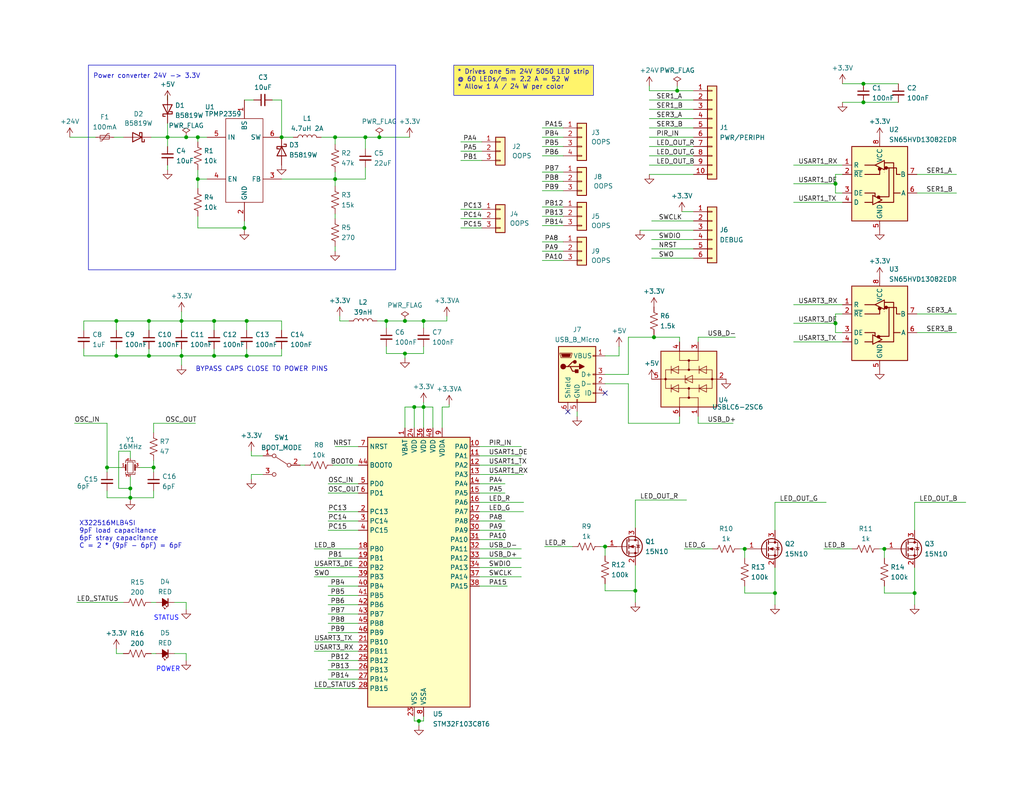
<source format=kicad_sch>
(kicad_sch (version 20230121) (generator eeschema)
  (paper "USLetter")
  (title_block (title "AUNISOMA panel controller") (rev "A"))
  (junction (at 99.695 37.465))
  (junction (at 107.95 -38.1))
  (junction (at 67.31 87.63))
  (junction (at 114.3 196.85))
  (junction (at 58.42 97.155))
  (junction (at 127.635 -15.875))
  (junction (at 49.53 97.155))
  (junction (at 110.49 96.52))
  (junction (at 58.42 87.63))
  (junction (at 85.09 -27.94))
  (junction (at 235.585 27.94))
  (junction (at 178.435 92.075))
  (junction (at 115.57 111.125))
  (junction (at 57.785 -19.05))
  (junction (at 40.64 97.155))
  (junction (at 35.56 133.35))
  (junction (at 76.835 37.465))
  (junction (at 31.75 87.63))
  (junction (at 45.085 -19.05))
  (junction (at 29.21 127.635))
  (junction (at 45.72 37.465))
  (junction (at 110.49 87.63))
  (junction (at 53.975 48.895))
  (junction (at 173.355 161.29))
  (junction (at 31.75 97.155))
  (junction (at 91.44 48.895))
  (junction (at 211.455 161.925))
  (junction (at 113.03 111.125))
  (junction (at 41.91 127.635))
  (junction (at 91.44 37.465))
  (junction (at 103.505 37.465))
  (junction (at 67.945 -33.02))
  (junction (at 40.64 87.63))
  (junction (at 127.635 -26.67))
  (junction (at 112.395 -38.1))
  (junction (at 227.965 88.265))
  (junction (at 66.675 62.23))
  (junction (at 50.8 37.465))
  (junction (at 67.31 97.155))
  (junction (at 115.57 87.63))
  (junction (at 53.975 37.465))
  (junction (at 35.56 135.89))
  (junction (at 235.585 22.86))
  (junction (at 184.785 24.765))
  (junction (at 249.555 161.925))
  (junction (at 227.965 50.165))
  (junction (at 105.41 87.63))
  (junction (at 127.635 -38.1))
  (junction (at 165.1 149.225))
  (junction (at 203.2 149.86))
  (junction (at 241.3 149.86))
  (junction (at 49.53 87.63))
  (no_connect (at 165.1 107.315))
  (no_connect (at 154.94 112.395))
  (wire (pts (xy 177.165 42.545) (xy 189.23 42.545)))
  (wire (pts (xy 53.975 48.895) (xy 56.515 48.895)))
  (wire (pts (xy 67.945 -19.05) (xy 67.945 -20.32)))
  (wire (pts (xy 91.44 121.92) (xy 97.79 121.92)))
  (wire (pts (xy 85.725 187.96) (xy 97.79 187.96)))
  (wire (pts (xy 38.1 127.635) (xy 41.91 127.635)))
  (wire (pts (xy 240.03 149.86) (xy 241.3 149.86)))
  (wire (pts (xy 130.81 152.4) (xy 142.24 152.4)))
  (wire (pts (xy 110.49 96.52) (xy 115.57 96.52)))
  (wire (pts (xy 99.695 37.465) (xy 91.44 37.465)))
  (wire (pts (xy 165.1 102.235) (xy 171.45 102.235)))
  (wire (pts (xy 147.955 40.005) (xy 153.67 40.005)))
  (wire (pts (xy 22.86 87.63) (xy 31.75 87.63)))
  (wire (pts (xy 58.42 97.155) (xy 58.42 95.25)))
  (wire (pts (xy 99.695 40.64) (xy 99.695 37.465)))
  (wire (pts (xy 58.42 87.63) (xy 58.42 90.17)))
  (wire (pts (xy 35.56 123.19) (xy 32.385 123.19)))
  (wire (pts (xy 113.03 111.125) (xy 115.57 111.125)))
  (wire (pts (xy 163.83 149.225) (xy 165.1 149.225)))
  (wire (pts (xy 130.81 129.54) (xy 142.875 129.54)))
  (wire (pts (xy 177.165 40.005) (xy 189.23 40.005)))
  (wire (pts (xy 35.56 133.35) (xy 35.56 135.89)))
  (wire (pts (xy 229.87 27.94) (xy 235.585 27.94)))
  (wire (pts (xy 31.115 37.465) (xy 33.655 37.465)))
  (wire (pts (xy 40.64 97.155) (xy 49.53 97.155)))
  (wire (pts (xy 177.165 29.845) (xy 189.23 29.845)))
  (wire (pts (xy 19.05 37.465) (xy 26.035 37.465)))
  (wire (pts (xy 130.81 149.86) (xy 142.24 149.86)))
  (wire (pts (xy 89.535 152.4) (xy 97.79 152.4)))
  (wire (pts (xy 68.58 130.81) (xy 68.58 129.54)))
  (wire (pts (xy 100.33 -33.02) (xy 100.33 -26.67)))
  (wire (pts (xy 22.86 97.155) (xy 31.75 97.155)))
  (wire (pts (xy 57.785 -29.845) (xy 57.785 -33.02)))
  (wire (pts (xy 125.73 38.735) (xy 131.445 38.735)))
  (wire (pts (xy 90.805 127) (xy 97.79 127)))
  (wire (pts (xy 148.59 149.225) (xy 156.21 149.225)))
  (wire (pts (xy 31.75 178.435) (xy 33.655 178.435)))
  (wire (pts (xy 177.165 37.465) (xy 189.23 37.465)))
  (wire (pts (xy 49.53 95.25) (xy 49.53 97.155)))
  (wire (pts (xy 216.535 93.345) (xy 229.87 93.345)))
  (wire (pts (xy 130.81 121.92) (xy 142.24 121.92)))
  (wire (pts (xy 91.44 48.895) (xy 91.44 50.8)))
  (wire (pts (xy 47.625 178.435) (xy 50.8 178.435)))
  (wire (pts (xy 130.81 134.62) (xy 137.795 134.62)))
  (wire (pts (xy 165.1 159.385) (xy 165.1 161.29)))
  (wire (pts (xy 74.93 -43.18) (xy 36.83 -43.18)))
  (wire (pts (xy 40.64 87.63) (xy 40.64 90.17)))
  (wire (pts (xy 115.57 87.63) (xy 121.92 87.63)))
  (wire (pts (xy 41.91 115.57) (xy 53.34 115.57)))
  (wire (pts (xy 100.33 -38.1) (xy 107.95 -38.1)))
  (wire (pts (xy 249.555 154.94) (xy 249.555 161.925)))
  (wire (pts (xy 110.49 97.79) (xy 110.49 96.52)))
  (wire (pts (xy 177.165 23.495) (xy 177.165 24.765)))
  (wire (pts (xy 45.72 40.005) (xy 45.72 37.465)))
  (wire (pts (xy 85.725 175.26) (xy 97.79 175.26)))
  (wire (pts (xy 105.41 87.63) (xy 110.49 87.63)))
  (wire (pts (xy 130.81 139.7) (xy 142.875 139.7)))
  (wire (pts (xy 91.44 68.58) (xy 91.44 67.31)))
  (wire (pts (xy 201.93 149.86) (xy 203.2 149.86)))
  (wire (pts (xy 113.03 111.125) (xy 113.03 116.84)))
  (wire (pts (xy 177.165 24.765) (xy 184.785 24.765)))
  (wire (pts (xy 249.555 161.925) (xy 249.555 165.1)))
  (wire (pts (xy 114.3 196.85) (xy 115.57 196.85)))
  (wire (pts (xy 115.57 111.125) (xy 118.11 111.125)))
  (wire (pts (xy 66.675 27.305) (xy 69.215 27.305)))
  (wire (pts (xy 211.455 137.16) (xy 225.425 137.16)))
  (wire (pts (xy 127.635 -15.875) (xy 137.16 -15.875)))
  (wire (pts (xy 76.835 87.63) (xy 76.835 90.17)))
  (wire (pts (xy 114.3 196.85) (xy 114.3 198.12)))
  (wire (pts (xy 45.085 -19.05) (xy 57.785 -19.05)))
  (wire (pts (xy 121.92 87.63) (xy 121.92 86.36)))
  (wire (pts (xy 35.56 130.175) (xy 35.56 133.35)))
  (wire (pts (xy 177.165 47.625) (xy 189.23 47.625)))
  (wire (pts (xy 147.955 61.595) (xy 153.67 61.595)))
  (wire (pts (xy 31.75 95.25) (xy 31.75 97.155)))
  (wire (pts (xy 130.81 137.16) (xy 142.875 137.16)))
  (wire (pts (xy 185.42 115.57) (xy 185.42 113.665)))
  (wire (pts (xy 22.86 90.17) (xy 22.86 87.63)))
  (wire (pts (xy 110.49 87.63) (xy 115.57 87.63)))
  (wire (pts (xy 67.31 95.25) (xy 67.31 97.155)))
  (wire (pts (xy 41.91 118.11) (xy 41.91 115.57)))
  (wire (pts (xy 41.275 178.435) (xy 42.545 178.435)))
  (wire (pts (xy 203.2 160.02) (xy 203.2 161.925)))
  (wire (pts (xy 91.44 37.465) (xy 91.44 39.37)))
  (wire (pts (xy 157.48 112.395) (xy 157.48 113.665)))
  (wire (pts (xy 130.81 127) (xy 142.24 127)))
  (wire (pts (xy 45.085 -24.765) (xy 45.085 -19.05)))
  (wire (pts (xy 229.87 85.725) (xy 227.965 85.725)))
  (wire (pts (xy 89.535 185.42) (xy 97.79 185.42)))
  (wire (pts (xy 147.955 49.53) (xy 153.67 49.53)))
  (wire (pts (xy 89.535 180.34) (xy 97.79 180.34)))
  (wire (pts (xy 177.165 27.305) (xy 189.23 27.305)))
  (wire (pts (xy 49.53 85.09) (xy 49.53 87.63)))
  (wire (pts (xy 89.535 172.72) (xy 97.79 172.72)))
  (wire (pts (xy 105.41 87.63) (xy 105.41 89.535)))
  (wire (pts (xy 216.535 55.245) (xy 229.87 55.245)))
  (wire (pts (xy 177.165 45.085) (xy 189.23 45.085)))
  (wire (pts (xy 49.53 97.155) (xy 58.42 97.155)))
  (wire (pts (xy 229.87 90.805) (xy 227.965 90.805)))
  (wire (pts (xy 241.3 161.925) (xy 249.555 161.925)))
  (wire (pts (xy 89.535 167.64) (xy 97.79 167.64)))
  (wire (pts (xy 100.33 -26.67) (xy 127.635 -26.67)))
  (wire (pts (xy 89.535 160.02) (xy 97.79 160.02)))
  (wire (pts (xy 99.695 45.72) (xy 99.695 48.895)))
  (wire (pts (xy 41.91 125.73) (xy 41.91 127.635)))
  (wire (pts (xy 31.75 97.155) (xy 40.64 97.155)))
  (wire (pts (xy 249.555 144.78) (xy 249.555 137.16)))
  (wire (pts (xy 125.73 59.69) (xy 131.445 59.69)))
  (wire (pts (xy 165.1 151.765) (xy 165.1 149.225)))
  (wire (pts (xy 57.785 -33.02) (xy 67.945 -33.02)))
  (wire (pts (xy 203.2 152.4) (xy 203.2 149.86)))
  (wire (pts (xy 168.91 94.615) (xy 168.91 97.155)))
  (wire (pts (xy 67.31 87.63) (xy 67.31 90.17)))
  (wire (pts (xy 127.635 -15.875) (xy 127.635 -17.145)))
  (wire (pts (xy 147.955 71.12) (xy 153.67 71.12)))
  (wire (pts (xy 173.355 161.29) (xy 173.355 164.465)))
  (wire (pts (xy 85.09 -27.94) (xy 87.63 -27.94)))
  (wire (pts (xy 41.91 127.635) (xy 41.91 128.905)))
  (wire (pts (xy 102.87 87.63) (xy 105.41 87.63)))
  (wire (pts (xy 229.87 22.86) (xy 235.585 22.86)))
  (wire (pts (xy 32.385 123.19) (xy 32.385 133.35)))
  (wire (pts (xy 203.2 161.925) (xy 211.455 161.925)))
  (wire (pts (xy 45.085 -35.56) (xy 45.085 -29.845)))
  (wire (pts (xy 47.625 164.465) (xy 50.8 164.465)))
  (wire (pts (xy 106.68 -43.18) (xy 107.95 -43.18)))
  (wire (pts (xy 125.73 43.815) (xy 131.445 43.815)))
  (wire (pts (xy 147.955 52.07) (xy 153.67 52.07)))
  (wire (pts (xy 74.93 -35.56) (xy 45.085 -35.56)))
  (wire (pts (xy 203.2 149.86) (xy 203.835 149.86)))
  (wire (pts (xy 130.81 154.94) (xy 142.24 154.94)))
  (wire (pts (xy 130.81 124.46) (xy 142.24 124.46)))
  (wire (pts (xy 173.355 136.525) (xy 187.325 136.525)))
  (wire (pts (xy 130.81 157.48) (xy 142.24 157.48)))
  (wire (pts (xy 31.75 177.165) (xy 31.75 178.435)))
  (wire (pts (xy 229.87 52.705) (xy 227.965 52.705)))
  (wire (pts (xy 137.16 -30.48) (xy 137.16 -38.1)))
  (wire (pts (xy 211.455 161.925) (xy 211.455 165.1)))
  (wire (pts (xy 115.57 87.63) (xy 115.57 89.535)))
  (wire (pts (xy 41.91 135.89) (xy 41.91 133.985)))
  (wire (pts (xy 227.965 47.625) (xy 227.965 50.165)))
  (wire (pts (xy 112.395 -38.1) (xy 116.84 -38.1)))
  (wire (pts (xy 53.975 62.23) (xy 53.975 59.055)))
  (wire (pts (xy 68.58 129.54) (xy 71.755 129.54)))
  (wire (pts (xy 113.03 195.58) (xy 113.03 196.85)))
  (wire (pts (xy 115.57 196.85) (xy 115.57 195.58)))
  (wire (pts (xy 165.1 161.29) (xy 173.355 161.29)))
  (wire (pts (xy 186.055 57.785) (xy 189.23 57.785)))
  (wire (pts (xy 66.675 60.325) (xy 66.675 62.23)))
  (wire (pts (xy 67.31 87.63) (xy 76.835 87.63)))
  (wire (pts (xy 113.03 196.85) (xy 114.3 196.85)))
  (wire (pts (xy 89.535 162.56) (xy 97.79 162.56)))
  (wire (pts (xy 249.555 137.16) (xy 263.525 137.16)))
  (wire (pts (xy 76.835 97.155) (xy 67.31 97.155)))
  (wire (pts (xy 178.435 92.075) (xy 185.42 92.075)))
  (wire (pts (xy 22.86 95.25) (xy 22.86 97.155)))
  (wire (pts (xy 127.635 -38.1) (xy 124.46 -38.1)))
  (wire (pts (xy 185.42 92.075) (xy 185.42 93.345)))
  (wire (pts (xy 115.57 96.52) (xy 115.57 94.615)))
  (wire (pts (xy 112.395 -37.465) (xy 112.395 -38.1)))
  (wire (pts (xy 178.435 91.44) (xy 178.435 92.075)))
  (wire (pts (xy 120.65 111.125) (xy 120.65 116.84)))
  (wire (pts (xy 89.535 142.24) (xy 97.79 142.24)))
  (wire (pts (xy 89.535 170.18) (xy 97.79 170.18)))
  (wire (pts (xy 227.965 85.725) (xy 227.965 88.265)))
  (wire (pts (xy 184.785 23.495) (xy 184.785 24.765)))
  (wire (pts (xy 101.6 -43.18) (xy 100.33 -43.18)))
  (wire (pts (xy 89.535 139.7) (xy 97.79 139.7)))
  (wire (pts (xy 130.81 160.02) (xy 138.43 160.02)))
  (wire (pts (xy 45.72 46.355) (xy 45.72 45.085)))
  (wire (pts (xy 127.635 -36.83) (xy 127.635 -38.1)))
  (wire (pts (xy 20.32 115.57) (xy 29.21 115.57)))
  (wire (pts (xy 85.09 -26.035) (xy 85.09 -27.94)))
  (wire (pts (xy 130.81 142.24) (xy 137.795 142.24)))
  (wire (pts (xy 29.21 127.635) (xy 29.21 128.905)))
  (wire (pts (xy 107.95 -38.1) (xy 112.395 -38.1)))
  (wire (pts (xy 216.535 83.185) (xy 229.87 83.185)))
  (wire (pts (xy 67.945 -33.02) (xy 74.93 -33.02)))
  (wire (pts (xy 137.16 -38.1) (xy 127.635 -38.1)))
  (wire (pts (xy 122.555 111.125) (xy 120.65 111.125)))
  (wire (pts (xy 227.965 90.805) (xy 227.965 88.265)))
  (wire (pts (xy 211.455 154.94) (xy 211.455 161.925)))
  (wire (pts (xy 85.725 149.86) (xy 97.79 149.86)))
  (wire (pts (xy 171.45 115.57) (xy 185.42 115.57)))
  (wire (pts (xy 50.8 164.465) (xy 50.8 166.37)))
  (wire (pts (xy 41.275 164.465) (xy 42.545 164.465)))
  (wire (pts (xy 130.81 132.08) (xy 137.795 132.08)))
  (wire (pts (xy 165.1 104.775) (xy 171.45 104.775)))
  (wire (pts (xy 171.45 92.075) (xy 178.435 92.075)))
  (wire (pts (xy 190.5 115.57) (xy 200.025 115.57)))
  (wire (pts (xy 76.835 37.465) (xy 80.01 37.465)))
  (wire (pts (xy 45.72 37.465) (xy 50.8 37.465)))
  (wire (pts (xy 56.515 37.465) (xy 53.975 37.465)))
  (wire (pts (xy 49.53 99.695) (xy 49.53 97.155)))
  (wire (pts (xy 173.355 144.145) (xy 173.355 136.525)))
  (wire (pts (xy 29.21 135.89) (xy 29.21 133.985)))
  (wire (pts (xy 127.635 -29.21) (xy 127.635 -26.67)))
  (wire (pts (xy 40.64 87.63) (xy 49.53 87.63)))
  (wire (pts (xy 224.79 149.86) (xy 232.41 149.86)))
  (wire (pts (xy 115.57 111.125) (xy 115.57 116.84)))
  (wire (pts (xy 241.3 152.4) (xy 241.3 149.86)))
  (wire (pts (xy 76.835 95.25) (xy 76.835 97.155)))
  (wire (pts (xy 36.83 -43.18) (xy 36.83 -37.465)))
  (wire (pts (xy 87.63 37.465) (xy 91.44 37.465)))
  (wire (pts (xy 130.81 147.32) (xy 137.795 147.32)))
  (wire (pts (xy 147.955 66.04) (xy 153.67 66.04)))
  (wire (pts (xy 103.505 37.465) (xy 111.76 37.465)))
  (wire (pts (xy 115.57 109.855) (xy 115.57 111.125)))
  (wire (pts (xy 110.49 111.125) (xy 110.49 116.84)))
  (wire (pts (xy 250.19 85.725) (xy 260.985 85.725)))
  (wire (pts (xy 177.8 65.405) (xy 189.23 65.405)))
  (wire (pts (xy 89.535 165.1) (xy 97.79 165.1)))
  (wire (pts (xy 216.535 50.165) (xy 227.965 50.165)))
  (wire (pts (xy 68.58 124.46) (xy 71.755 124.46)))
  (wire (pts (xy 45.72 26.035) (xy 45.72 27.305)))
  (wire (pts (xy 50.8 37.465) (xy 53.975 37.465)))
  (wire (pts (xy 112.395 -29.845) (xy 112.395 -30.48)))
  (wire (pts (xy 89.535 144.78) (xy 97.79 144.78)))
  (wire (pts (xy 105.41 94.615) (xy 105.41 96.52)))
  (wire (pts (xy 66.675 62.865) (xy 66.675 62.23)))
  (wire (pts (xy 125.73 41.275) (xy 131.445 41.275)))
  (wire (pts (xy 147.955 34.925) (xy 153.67 34.925)))
  (wire (pts (xy 41.275 37.465) (xy 45.72 37.465)))
  (wire (pts (xy 49.53 87.63) (xy 49.53 90.17)))
  (wire (pts (xy 177.8 60.325) (xy 189.23 60.325)))
  (wire (pts (xy 171.45 102.235) (xy 171.45 92.075)))
  (wire (pts (xy 229.87 47.625) (xy 227.965 47.625)))
  (wire (pts (xy 125.73 57.15) (xy 131.445 57.15)))
  (wire (pts (xy 250.19 52.705) (xy 260.985 52.705)))
  (wire (pts (xy 165.1 149.225) (xy 165.735 149.225)))
  (wire (pts (xy 105.41 96.52) (xy 110.49 96.52)))
  (wire (pts (xy 57.785 -24.765) (xy 57.785 -19.05)))
  (wire (pts (xy 35.56 125.095) (xy 35.56 123.19)))
  (wire (pts (xy 147.955 46.99) (xy 153.67 46.99)))
  (wire (pts (xy 53.975 37.465) (xy 53.975 38.735)))
  (wire (pts (xy 107.95 -43.18) (xy 107.95 -38.1)))
  (wire (pts (xy 89.535 182.88) (xy 97.79 182.88)))
  (wire (pts (xy 76.835 48.895) (xy 91.44 48.895)))
  (wire (pts (xy 174.625 62.865) (xy 189.23 62.865)))
  (wire (pts (xy 190.5 92.075) (xy 190.5 93.345)))
  (wire (pts (xy 31.75 87.63) (xy 31.75 90.17)))
  (wire (pts (xy 92.71 87.63) (xy 92.71 86.36)))
  (wire (pts (xy 147.955 42.545) (xy 153.67 42.545)))
  (wire (pts (xy 184.785 24.765) (xy 189.23 24.765)))
  (wire (pts (xy 177.165 34.925) (xy 189.23 34.925)))
  (wire (pts (xy 235.585 27.94) (xy 245.11 27.94)))
  (wire (pts (xy 241.3 160.02) (xy 241.3 161.925)))
  (wire (pts (xy 66.675 62.23) (xy 53.975 62.23)))
  (wire (pts (xy 74.295 27.305) (xy 76.835 27.305)))
  (wire (pts (xy 127.635 -24.765) (xy 127.635 -26.67)))
  (wire (pts (xy 89.535 134.62) (xy 97.79 134.62)))
  (wire (pts (xy 81.915 127) (xy 83.185 127)))
  (wire (pts (xy 29.21 135.89) (xy 35.56 135.89)))
  (wire (pts (xy 29.21 127.635) (xy 33.02 127.635)))
  (wire (pts (xy 147.955 68.58) (xy 153.67 68.58)))
  (wire (pts (xy 235.585 22.86) (xy 245.11 22.86)))
  (wire (pts (xy 177.8 67.945) (xy 189.23 67.945)))
  (wire (pts (xy 127.635 -14.605) (xy 127.635 -15.875)))
  (wire (pts (xy 125.73 62.23) (xy 131.445 62.23)))
  (wire (pts (xy 171.45 104.775) (xy 171.45 115.57)))
  (wire (pts (xy 91.44 48.895) (xy 99.695 48.895)))
  (wire (pts (xy 250.19 47.625) (xy 260.985 47.625)))
  (wire (pts (xy 130.81 144.78) (xy 137.795 144.78)))
  (wire (pts (xy 211.455 144.78) (xy 211.455 137.16)))
  (wire (pts (xy 227.965 52.705) (xy 227.965 50.165)))
  (wire (pts (xy 53.975 48.895) (xy 53.975 51.435)))
  (wire (pts (xy 53.975 46.355) (xy 53.975 48.895)))
  (wire (pts (xy 85.725 177.8) (xy 97.79 177.8)))
  (wire (pts (xy 91.44 46.99) (xy 91.44 48.895)))
  (wire (pts (xy 45.72 33.655) (xy 45.72 37.465)))
  (wire (pts (xy 190.5 115.57) (xy 190.5 113.665)))
  (wire (pts (xy 58.42 87.63) (xy 67.31 87.63)))
  (wire (pts (xy 147.955 56.515) (xy 153.67 56.515)))
  (wire (pts (xy 57.785 -19.05) (xy 67.945 -19.05)))
  (wire (pts (xy 147.955 37.465) (xy 153.67 37.465)))
  (wire (pts (xy 99.695 37.465) (xy 103.505 37.465)))
  (wire (pts (xy 76.835 27.305) (xy 76.835 37.465)))
  (wire (pts (xy 165.1 97.155) (xy 168.91 97.155)))
  (wire (pts (xy 35.56 136.525) (xy 35.56 135.89)))
  (wire (pts (xy 91.44 58.42) (xy 91.44 59.69)))
  (wire (pts (xy 190.5 92.075) (xy 200.66 92.075)))
  (wire (pts (xy 110.49 111.125) (xy 113.03 111.125)))
  (wire (pts (xy 241.3 149.86) (xy 241.935 149.86)))
  (wire (pts (xy 122.555 111.125) (xy 122.555 110.49)))
  (wire (pts (xy 31.75 87.63) (xy 40.64 87.63)))
  (wire (pts (xy 250.19 90.805) (xy 260.985 90.805)))
  (wire (pts (xy 173.355 154.305) (xy 173.355 161.29)))
  (wire (pts (xy 40.64 95.25) (xy 40.64 97.155)))
  (wire (pts (xy 67.31 97.155) (xy 58.42 97.155)))
  (wire (pts (xy 50.8 178.435) (xy 50.8 180.34)))
  (wire (pts (xy 89.535 132.08) (xy 97.79 132.08)))
  (wire (pts (xy 118.11 111.125) (xy 118.11 116.84)))
  (wire (pts (xy 216.535 45.085) (xy 229.87 45.085)))
  (wire (pts (xy 216.535 88.265) (xy 227.965 88.265)))
  (wire (pts (xy 186.69 149.86) (xy 194.31 149.86)))
  (wire (pts (xy 68.58 123.19) (xy 68.58 124.46)))
  (wire (pts (xy 57.785 -17.78) (xy 57.785 -19.05)))
  (wire (pts (xy 137.16 -25.4) (xy 137.16 -15.875)))
  (wire (pts (xy 95.25 87.63) (xy 92.71 87.63)))
  (wire (pts (xy 177.8 70.485) (xy 189.23 70.485)))
  (wire (pts (xy 85.725 154.94) (xy 97.79 154.94)))
  (wire (pts (xy 35.56 135.89) (xy 41.91 135.89)))
  (wire (pts (xy 147.955 59.055) (xy 153.67 59.055)))
  (wire (pts (xy 49.53 87.63) (xy 58.42 87.63)))
  (wire (pts (xy 177.165 32.385) (xy 189.23 32.385)))
  (wire (pts (xy 32.385 133.35) (xy 35.56 133.35)))
  (wire (pts (xy 29.21 115.57) (xy 29.21 127.635)))
  (wire (pts (xy 36.83 -19.05) (xy 45.085 -19.05)))
  (wire (pts (xy 85.725 157.48) (xy 97.79 157.48)))
  (wire (pts (xy 20.955 164.465) (xy 33.655 164.465)))
  (wire (pts (xy 36.83 -32.385) (xy 36.83 -19.05)))
  (rectangle (start 24.13 17.78) (end 107.95 73.66))
  (text_box "* Drives one 5m 24V 5050 LED strip @ 60 LEDs/m = 2.2 A = 52 W\n* Allow 1 A / 24 W per color\n" (at 123.825 17.78 0) (size 38.1 8.255) (fill (type color) (color 255 244 107 1)) (effects (font (size 1.27 1.27)) (justify left top)))
  (text "UPDATE LIBRARY!" (at 78.105 -51.435 0) (effects (font (size 1.27 1.27)) (justify left bottom)))
  (text "BYPASS CAPS CLOSE TO POWER PINS" (at 53.34 101.6 0) (effects (font (size 1.27 1.27)) (justify left bottom)))
  (text "Power converter 24V -> 3.3V" (at 25.4 21.59 0) (effects (font (size 1.27 1.27)) (justify left bottom)))
  (text "POWER" (at 42.545 183.515 0) (effects (font (size 1.27 1.27)) (justify left bottom)))
  (text "STATUS" (at 41.91 169.545 0) (effects (font (size 1.27 1.27)) (justify left bottom)))
  (text "X322516MLB4SI\n9pF load capacitance\n6pF stray capacitance\nC = 2 * (9pF - 6pF) = 6pF" (at 21.59 149.86 0) (effects (font (size 1.27 1.27)) (justify left bottom)))
  (label "LED_R" (at 133.35 137.16 0))
  (label "PB1" (at 126.365 43.815 0))
  (label "PB8" (at 148.59 49.53 0))
  (label "PB14" (at 90.17 185.42 0))
  (label "PB13" (at 90.17 182.88 0))
  (label "USART1_RX" (at 217.805 45.085 0))
  (label "PB6" (at 90.17 165.1 0))
  (label "USB_D+" (at 193.04 115.57 0))
  (label "LED_OUT_R" (at 174.625 136.525 0))
  (label "LED_OUT_R" (at 179.07 40.005 0))
  (label "PB9" (at 90.17 172.72 0))
  (label "PB14" (at 148.59 61.595 0))
  (label "USB_D-" (at 193.04 92.075 0))
  (label "PB6" (at 148.59 42.545 0))
  (label "PB7" (at 148.59 46.99 0))
  (label "PA10" (at 133.35 147.32 0))
  (label "USART3_RX" (at 217.805 83.185 0))
  (label "SER3_A" (at 179.07 32.385 0))
  (label "SWO" (at 179.705 70.485 0))
  (label "LED_OUT_B" (at 179.07 45.085 0))
  (label "PA8" (at 133.35 142.24 0))
  (label "PB12" (at 148.59 56.515 0))
  (label "USART1_RX" (at 133.35 129.54 0))
  (label "SWO" (at 85.725 157.48 0))
  (label "PB12" (at 90.17 180.34 0))
  (label "SER1_A" (at 179.07 27.305 0))
  (label "SWCLK" (at 133.35 157.48 0))
  (label "PA4" (at 133.35 132.08 0))
  (label "USART3_DE" (at 217.805 88.265 0))
  (label "LED_STATUS" (at 85.725 187.96 0))
  (label "SWDIO" (at 133.35 154.94 0))
  (label "OSC_OUT" (at 89.535 134.62 0))
  (label "PB5" (at 148.59 40.005 0))
  (label "USART1_TX" (at 217.805 55.245 0))
  (label "LED_B" (at 224.79 149.86 0))
  (label "PA5" (at 126.365 41.275 0))
  (label "USART1_DE" (at 133.35 124.46 0))
  (label "PB1" (at 89.535 152.4 0))
  (label "PC15" (at 126.365 62.23 0))
  (label "PB8" (at 90.17 170.18 0))
  (label "PA5" (at 133.35 134.62 0))
  (label "OSC_OUT" (at 45.085 115.57 0))
  (label "OSC_IN" (at 20.32 115.57 0))
  (label "LED_OUT_G" (at 179.07 42.545 0))
  (label "USART1_DE" (at 217.805 50.165 0))
  (label "PC14" (at 89.535 142.24 0))
  (label "SWDIO" (at 179.705 65.405 0))
  (label "SER3_B" (at 252.73 90.805 0))
  (label "NRST" (at 179.705 67.945 0))
  (label "PB4" (at 90.17 160.02 0))
  (label "PA9" (at 148.59 68.58 0))
  (label "USART3_DE" (at 85.725 154.94 0))
  (label "USART3_TX" (at 217.805 93.345 0))
  (label "LED_R" (at 148.59 149.225 0))
  (label "SER1_A" (at 252.73 47.625 0))
  (label "SER3_A" (at 252.73 85.725 0))
  (label "LED_OUT_G" (at 212.725 137.16 0))
  (label "PC14" (at 126.365 59.69 0))
  (label "PC13" (at 126.365 57.15 0))
  (label "PA8" (at 148.59 66.04 0))
  (label "PB5" (at 90.17 162.56 0))
  (label "PB7" (at 90.17 167.64 0))
  (label "LED_B" (at 85.725 149.86 0))
  (label "LED_G" (at 186.69 149.86 0))
  (label "USART3_RX" (at 85.725 177.8 0))
  (label "SWCLK" (at 179.705 60.325 0))
  (label "USB_D-" (at 133.35 149.86 0))
  (label "LED_G" (at 133.35 139.7 0))
  (label "PA10" (at 148.59 71.12 0))
  (label "PC13" (at 89.535 139.7 0))
  (label "PA9" (at 133.35 144.78 0))
  (label "PC15" (at 89.535 144.78 0))
  (label "PA15" (at 148.59 34.925 0))
  (label "BOOT0" (at 96.52 127 180))
  (label "PIR_IN" (at 133.35 121.92 0))
  (label "USB_D+" (at 133.35 152.4 0))
  (label "OSC_IN" (at 89.535 132.08 0))
  (label "PB13" (at 148.59 59.055 0))
  (label "LED_STATUS" (at 20.955 164.465 0))
  (label "PA15" (at 133.35 160.02 0))
  (label "PA4" (at 126.365 38.735 0))
  (label "USART1_TX" (at 133.35 127 0))
  (label "SER1_B" (at 179.07 29.845 0))
  (label "PIR_IN" (at 179.07 37.465 0))
  (label "PB9" (at 148.59 52.07 0))
  (label "USART3_TX" (at 85.725 175.26 0))
  (label "SER3_B" (at 179.07 34.925 0))
  (label "PB4" (at 148.59 37.465 0))
  (label "NRST" (at 95.885 121.92 180))
  (label "LED_OUT_B" (at 250.825 137.16 0))
  (label "SER1_B" (at 252.73 52.705 0))
  (symbol (lib_id "power:GND") (at 66.675 62.865 0) (unit 1)
    (property "Reference" "#PWR012" (effects hide))
    (property "Value" "GND" (effects hide))
  )
  (symbol (lib_id "Transistor_FET:AO3400A") (at 170.815 149.225 0) (unit 1)
    (property "Reference" "Q1" (at 176.022 147.8533 0) (effects (justify left)))
    (property "Value" "15N10" (at 176.022 150.5966 0) (effects (justify left)))
    (property "Footprint" "Package_TO_SOT_SMD:TO-252-3_TabPin2" (effects hide))
    (property "Datasheet" "https://datasheet.lcsc.com/lcsc/2212161908_VBsemi-Elec-15N10-TO252-VB_C557919.pdf" (effects hide))
    (property "JCSC Part #" "C557919" (effects hide))
    (property "LCSC" "C557919" (effects hide))
  )
  (symbol (lib_id "Device:R_US") (at 198.12 149.86 90) (unit 1)
    (property "Reference" "R10" (at 198.12 144.348 90))
    (property "Value" "1k" (at 198.12 147.0913 90))
    (property "Footprint" "Resistor_SMD:R_0603_1608Metric" (effects hide))
    (property "LCSC" "C21190" (effects hide))
  )
  (symbol (lib_id "Device:C_Small") (at 104.14 -43.18 90) (unit 1)
    (property "Reference" "C21" (at 104.1463 -48.26 90))
    (property "Value" "100nF" (at 104.1463 -45.72 90))
    (property "Footprint" "Capacitor_SMD:C_0603_1608Metric" (effects hide))
    (property "LCSC" "C13585" (effects hide))
  )
  (symbol (lib_id "Device:R_US") (at 160.02 149.225 90) (unit 1)
    (property "Reference" "R9" (at 160.02 143.713 90))
    (property "Value" "1k" (at 160.02 146.4563 90))
    (property "Footprint" "Resistor_SMD:R_0603_1608Metric" (effects hide))
    (property "LCSC" "C21190" (effects hide))
  )
  (symbol (lib_id "Device:C_Small") (at 45.085 -27.305 0) (unit 1)
    (property "Reference" "C17" (at 48.26 -28.5687 0) (effects (justify left)))
    (property "Value" "20nF" (at 48.26 -26.0287 0) (effects (justify left)))
    (property "Footprint" "Capacitor_SMD:C_0603_1608Metric" (effects hide))
    (property "LCSC" "C37474" (effects hide))
  )
  (symbol (lib_id "Device:R_US") (at 53.975 55.245 0) (unit 1)
    (property "Reference" "R4" (at 55.626 53.8733 0) (effects (justify left)))
    (property "Value" "10k" (at 55.626 56.6166 0) (effects (justify left)))
    (property "Footprint" "Resistor_SMD:R_0603_1608Metric" (effects hide))
    (property "LCSC" "C22843" (effects hide))
  )
  (symbol (lib_id "Device:C_Small") (at 29.21 131.445 0) (unit 1)
    (property "Reference" "C15" (at 22.86 130.81 0) (effects (justify left)))
    (property "Value" "6pF" (at 20.955 132.715 0) (effects (justify left)))
    (property "Footprint" "Capacitor_SMD:C_0603_1608Metric" (effects hide))
    (property "LCSC" "C1525" (effects hide))
  )
  (symbol (lib_id "power:+3.3V") (at 92.71 86.36 0) (unit 1)
    (property "Reference" "#PWR019" (effects hide))
    (property "Value" "+3.3V" (at 92.71 82.0674 0))
  )
  (symbol (lib_id "Device:LED_Small_Filled") (at 45.085 164.465 180) (unit 1)
    (property "Reference" "D4" (at 45.0215 158.826 0))
    (property "Value" "RED" (at 45.0215 161.5693 0))
    (property "Footprint" "LED_SMD:LED_0805_2012Metric" (effects hide))
    (property "JCSC Part #" "C2297" (effects hide))
    (property "LCSC" "C84256" (effects hide))
  )
  (symbol (lib_id "power:GND") (at 114.3 198.12 0) (unit 1)
    (property "Reference" "#PWR039" (effects hide))
    (property "Value" "GND" (effects hide))
  )
  (symbol (lib_id "power:GND") (at 173.355 164.465 0) (unit 1)
    (property "Reference" "#PWR033" (effects hide))
    (property "Value" "GND" (effects hide))
  )
  (symbol (lib_id "power:GND") (at 211.455 165.1 0) (unit 1)
    (property "Reference" "#PWR034" (effects hide))
    (property "Value" "GND" (effects hide))
  )
  (symbol (lib_id "Device:Crystal_GND24_Small") (at 35.56 127.635 0) (unit 1)
    (property "Reference" "Y1" (at 35.56 120.015 0))
    (property "Value" "16MHz" (at 35.56 121.92 0))
    (property "Footprint" "Crystal:Crystal_SMD_3225-4Pin_3.2x2.5mm" (effects hide))
    (property "LCSC" "C13738" (effects hide))
  )
  (symbol (lib_id "power:+3.3V") (at 115.57 109.855 0) (unit 1)
    (property "Reference" "#PWR027" (effects hide))
    (property "Value" "+3.3V" (at 115.57 105.5624 0))
  )
  (symbol (lib_id "MCU_ST_STM32F1:STM32F103C8Tx") (at 113.03 157.48 0) (unit 1)
    (property "Reference" "U5" (at 118.072 194.9196 0) (effects (justify left)))
    (property "Value" "STM32F103C8T6" (at 118.072 197.6629 0) (effects (justify left)))
    (property "Footprint" "Package_QFP:LQFP-48_7x7mm_P0.5mm" (effects hide))
    (property "Datasheet" "https://www.st.com/resource/en/datasheet/stm32f103c8.pdf" (effects hide))
    (property "LCSC" "C8734" (effects hide))
  )
  (symbol (lib_id "Device:C_Small") (at 245.11 25.4 0) (unit 1)
    (property "Reference" "C2" (at 247.4341 24.0346 0) (effects (justify left)))
    (property "Value" "100nF" (at 247.4341 26.7779 0) (effects (justify left)))
    (property "Footprint" "Capacitor_SMD:C_0402_1005Metric" (effects hide))
    (property "LCSC" "C1525" (effects hide))
  )
  (symbol (lib_id "Device:C_Small") (at 40.64 92.71 0) (unit 1)
    (property "Reference" "C10" (at 42.9641 91.3446 0) (effects (justify left)))
    (property "Value" "100nF" (at 42.9641 94.0879 0) (effects (justify left)))
    (property "Footprint" "Capacitor_SMD:C_0402_1005Metric" (effects hide))
    (property "LCSC" "C15849" (effects hide))
  )
  (symbol (lib_id "power:+3.3V") (at 240.03 75.565 0) (unit 1)
    (property "Reference" "#PWR016" (effects hide))
    (property "Value" "+3.3V" (at 240.03 71.2724 0))
  )
  (symbol (lib_id "power:+3.3VA") (at 121.92 86.36 0) (unit 1)
    (property "Reference" "#PWR020" (effects hide))
    (property "Value" "+3.3VA" (at 121.92 82.0674 0))
  )
  (symbol (lib_id "power:+3.3V") (at 186.055 57.785 0) (unit 1)
    (property "Reference" "#PWR011" (effects hide))
    (property "Value" "+3.3V" (at 186.055 53.4924 0))
  )
  (symbol (lib_id "power:+3.3V") (at 111.76 37.465 0) (unit 1)
    (property "Reference" "#PWR06" (effects hide))
    (property "Value" "+3.3V" (at 111.76 33.1724 0))
  )
  (symbol (lib_id "Device:C_Small") (at 99.695 43.18 0) (unit 1)
    (property "Reference" "C5" (at 102.0191 41.8146 0) (effects (justify left)))
    (property "Value" "22uF" (at 102.0191 44.5579 0) (effects (justify left)))
    (property "Footprint" "Capacitor_SMD:C_0603_1608Metric" (effects hide))
    (property "LCSC" "C96446" (effects hide))
  )
  (symbol (lib_id "Power_Protection:USBLC6-2SC6") (at 187.96 103.505 90) (unit 1)
    (property "Reference" "U4" (at 198.755 109.22 90) (effects (justify left)))
    (property "Value" "USBLC6-2SC6" (at 208.28 111.125 90) (effects (justify left)))
    (property "Footprint" "Package_TO_SOT_SMD:SOT-23-6" (effects hide))
    (property "Datasheet" "https://www.st.com/resource/en/datasheet/usblc6-2.pdf" (effects hide))
    (property "JCSC Part #" "C2827654" (effects hide))
    (property "LCSC" "C2827654" (effects hide))
  )
  (symbol (lib_id "Device:C_Small") (at 76.835 92.71 0) (unit 1)
    (property "Reference" "C14" (at 79.1591 91.3446 0) (effects (justify left)))
    (property "Value" "100nF" (at 79.1591 94.0879 0) (effects (justify left)))
    (property "Footprint" "Capacitor_SMD:C_0402_1005Metric" (effects hide))
    (property "LCSC" "C1525" (effects hide))
  )
  (symbol (lib_id "power:GND") (at 76.835 45.085 0) (unit 1)
    (property "Reference" "#PWR08" (effects hide))
    (property "Value" "GND" (effects hide))
  )
  (symbol (lib_id "power:GND") (at 45.72 46.355 0) (unit 1)
    (property "Reference" "#PWR09" (effects hide))
    (property "Value" "GND" (effects hide))
  )
  (symbol (lib_id "Device:C_Small") (at 58.42 92.71 0) (unit 1)
    (property "Reference" "C12" (at 60.7441 91.3446 0) (effects (justify left)))
    (property "Value" "100nF" (at 60.7441 94.0879 0) (effects (justify left)))
    (property "Footprint" "Capacitor_SMD:C_0402_1005Metric" (effects hide))
    (property "LCSC" "C1525" (effects hide))
  )
  (symbol (lib_id "power:+3.3V") (at 178.435 83.82 0) (unit 1)
    (property "Reference" "#PWR017" (effects hide))
    (property "Value" "+3.3V" (at 178.435 79.5274 0))
  )
  (symbol (lib_id "Device:R_US") (at 91.44 43.18 0) (unit 1)
    (property "Reference" "R2" (at 93.091 41.8083 0) (effects (justify left)))
    (property "Value" "47k" (at 93.091 44.5516 0) (effects (justify left)))
    (property "Footprint" "Resistor_SMD:R_0603_1608Metric" (effects hide))
    (property "LCSC" "C13167" (effects hide))
  )
  (symbol (lib_id "Device:Polyfuse_Small") (at 28.575 37.465 90) (unit 1)
    (property "Reference" "F1" (at 28.575 31.953 90))
    (property "Value" "100mA" (at 28.575 34.6963 90))
    (property "Footprint" "Fuse:Fuse_1812_4532Metric" (effects hide))
    (property "LCSC" "C2760281" (effects hide))
  )
  (symbol (lib_id "power:PWR_FLAG") (at 184.785 23.495 0) (unit 1)
    (property "Reference" "#FLG01" (effects hide))
    (property "Value" "PWR_FLAG" (at 184.785 19.2024 0))
  )
  (symbol (lib_id "Device:C_Small") (at 137.16 -27.94 0) (unit 1)
    (property "Reference" "C22" (at 139.4841 -29.3054 0) (effects (justify left)))
    (property "Value" "10uF" (at 139.4841 -26.5621 0) (effects (justify left)))
    (property "Footprint" "Capacitor_SMD:C_0603_1608Metric" (effects hide))
    (property "LCSC" "C13585" (effects hide))
  )
  (symbol (lib_id "Connector_Generic:Conn_01x04") (at 158.75 37.465 0) (unit 1)
    (property "Reference" "J3" (at 161.29 36.195 0) (effects (justify left)))
    (property "Value" "OOPS" (at 161.29 38.735 0) (effects (justify left)))
    (property "Footprint" "Connector_PinHeader_2.54mm:PinHeader_1x04_P2.54mm_Vertical" (effects hide))
    (property "LCSC" "C409141" (effects hide))
  )
  (symbol (lib_id "Connector_Generic:Conn_01x03") (at 136.525 41.275 0) (unit 1)
    (property "Reference" "J2" (at 139.7 40.005 0) (effects (justify left)))
    (property "Value" "OOPS" (at 139.7 42.545 0) (effects (justify left)))
    (property "Footprint" "Connector_PinHeader_2.54mm:PinHeader_1x03_P2.54mm_Vertical" (effects hide))
  )
  (symbol (lib_id "Connector_Generic:Conn_01x03") (at 158.75 49.53 0) (unit 1)
    (property "Reference" "J8" (at 161.925 48.26 0) (effects (justify left)))
    (property "Value" "OOPS" (at 161.925 50.8 0) (effects (justify left)))
    (property "Footprint" "Connector_PinHeader_2.54mm:PinHeader_1x03_P2.54mm_Vertical" (effects hide))
  )
  (symbol (lib_id "power:GND") (at 110.49 97.79 0) (unit 1)
    (property "Reference" "#PWR022" (effects hide))
    (property "Value" "GND" (effects hide))
  )
  (symbol (lib_id "power:GND") (at 157.48 113.665 0) (unit 1)
    (property "Reference" "#PWR029" (effects hide))
    (property "Value" "GND" (effects hide))
  )
  (symbol (lib_id "Device:R_US") (at 53.975 42.545 0) (unit 1)
    (property "Reference" "R1" (at 55.626 41.1733 0) (effects (justify left)))
    (property "Value" "10k" (at 55.626 43.9166 0) (effects (justify left)))
    (property "Footprint" "Resistor_SMD:R_0603_1608Metric" (effects hide))
    (property "LCSC" "C22790" (effects hide))
  )
  (symbol (lib_id "Device:R_US") (at 91.44 63.5 0) (unit 1)
    (property "Reference" "R5" (at 93.091 62.1283 0) (effects (justify left)))
    (property "Value" "270" (at 93.091 64.8716 0) (effects (justify left)))
    (property "Footprint" "Resistor_SMD:R_0603_1608Metric" (effects hide))
    (property "LCSC" "C8218" (effects hide))
  )
  (symbol (lib_id "Device:R_US") (at 86.995 127 90) (unit 1)
    (property "Reference" "R8" (at 86.995 121.488 90))
    (property "Value" "10k" (at 86.995 124.2313 90))
    (property "Footprint" "Resistor_SMD:R_0603_1608Metric" (effects hide))
    (property "LCSC" "C21190" (effects hide))
  )
  (symbol (lib_id "Device:R_US") (at 236.22 149.86 90) (unit 1)
    (property "Reference" "R11" (at 236.22 144.348 90))
    (property "Value" "1k" (at 236.22 147.0913 90))
    (property "Footprint" "Resistor_SMD:R_0603_1608Metric" (effects hide))
    (property "LCSC" "C25803" (effects hide))
  )
  (symbol (lib_id "Connector_Generic:Conn_01x03") (at 158.75 68.58 0) (unit 1)
    (property "Reference" "J9" (at 161.29 68.58 0) (effects (justify left)))
    (property "Value" "OOPS" (at 161.29 71.12 0) (effects (justify left)))
    (property "Footprint" "Connector_PinHeader_2.54mm:PinHeader_1x03_P2.54mm_Vertical" (effects hide))
    (property "LCSC" "C428495" (effects hide))
  )
  (symbol (lib_id "power:GND") (at 240.03 62.865 0) (unit 1)
    (property "Reference" "#PWR013" (effects hide))
    (property "Value" "GND" (effects hide))
  )
  (symbol (lib_id "Connector_Generic:Conn_01x10") (at 194.31 34.925 0) (unit 1)
    (property "Reference" "J1" (at 196.342 34.8233 0) (effects (justify left)))
    (property "Value" "PWR/PERIPH" (at 196.342 37.5666 0) (effects (justify left)))
    (property "Footprint" "TerminalBlock_RND:TerminalBlock_RND_205-00020_1x10_P5.00mm_Horizontal" (effects hide))
    (property "Datasheet" "https://datasheet.lcsc.com/lcsc/1912111437_JILN-JL301-50010U02_C409141.pdf" (effects hide))
    (property "JCSC Part #" "C409141" (effects hide))
    (property "LCSC" "C409141" (effects hide))
  )
  (symbol (lib_id "power:GND") (at 35.56 136.525 0) (unit 1)
    (property "Reference" "#PWR032" (effects hide))
    (property "Value" "GND" (effects hide))
  )
  (symbol (lib_id "Interface_UART:SN65HVD11HD") (at 240.03 50.165 0) (unit 1)
    (property "Reference" "U2" (at 242.532 35.382 0) (effects (justify left)))
    (property "Value" "SN65HVD13082EDR" (at 242.532 38.1253 0) (effects (justify left)))
    (property "Footprint" "Package_SO:SOIC-8_3.9x4.9mm_P1.27mm" (effects hide))
    (property "Datasheet" "https://atta.szlcsc.com/upload/public/pdf/source/20140704/1457707106132.pdf" (effects hide))
    (property "LCSC" "C58890" (effects hide))
  )
  (symbol (lib_id "power:GND") (at 249.555 165.1 0) (unit 1)
    (property "Reference" "#PWR035" (effects hide))
    (property "Value" "GND" (effects hide))
  )
  (symbol (lib_id "Transistor_FET:AO3400A") (at 247.015 149.86 0) (unit 1)
    (property "Reference" "Q3" (at 252.222 148.4883 0) (effects (justify left)))
    (property "Value" "15N10" (at 252.222 151.2316 0) (effects (justify left)))
    (property "Footprint" "Package_TO_SOT_SMD:TO-252-3_TabPin2" (effects hide))
    (property "Datasheet" "https://datasheet.lcsc.com/lcsc/2212161908_VBsemi-Elec-15N10-TO252-VB_C557919.pdf" (effects hide))
    (property "JCSC Part #" "C557919" (effects hide))
    (property "LCSC" "C557919" (effects hide))
  )
  (symbol (lib_id "Device:L") (at 99.06 87.63 90) (unit 1)
    (property "Reference" "L2" (at 99.06 82.5017 90))
    (property "Value" "39nH" (at 99.06 85.245 90))
    (property "Footprint" "Inductor_SMD:L_0805_2012Metric" (effects hide))
    (property "LCSC" "C74308" (effects hide))
  )
  (symbol (lib_id "Device:C_Small") (at 67.945 -22.86 0) (unit 1)
    (property "Reference" "C18" (at 70.485 -24.1237 0) (effects (justify left)))
    (property "Value" "27nF" (at 70.485 -21.5837 0) (effects (justify left)))
    (property "Footprint" "Capacitor_SMD:C_0603_1608Metric" (effects hide))
    (property "LCSC" "C13585" (effects hide))
  )
  (symbol (lib_id "Device:C_Small") (at 45.72 42.545 0) (unit 1)
    (property "Reference" "C4" (at 48.0441 41.1796 0) (effects (justify left)))
    (property "Value" "10uF" (at 48.0441 43.9229 0) (effects (justify left)))
    (property "Footprint" "Capacitor_SMD:C_1206_3216Metric" (effects hide))
    (property "LCSC" "C96446" (effects hide))
  )
  (symbol (lib_id "power:GND") (at 112.395 -30.48 0) (unit 1)
    (property "Reference" "#PWR043" (effects hide))
    (property "Value" "GND" (effects hide))
  )
  (symbol (lib_id "power:GND") (at 85.09 -26.035 0) (unit 1)
    (property "Reference" "#PWR042" (effects hide))
    (property "Value" "GND" (effects hide))
  )
  (symbol (lib_id "Device:LED_Small_Filled") (at 45.085 178.435 180) (unit 1)
    (property "Reference" "D5" (at 45.0215 172.796 0))
    (property "Value" "RED" (at 45.0215 175.5393 0))
    (property "Footprint" "LED_SMD:LED_0805_2012Metric" (effects hide))
    (property "JCSC Part #" "C2297" (effects hide))
    (property "LCSC" "C2297" (effects hide))
  )
  (symbol (lib_id "power:+24V") (at 177.165 23.495 0) (unit 1)
    (property "Reference" "#PWR02" (effects hide))
    (property "Value" "+24V" (at 177.165 19.2024 0))
  )
  (symbol (lib_id "power:+3.3V") (at 240.03 37.465 0) (unit 1)
    (property "Reference" "#PWR07" (effects hide))
    (property "Value" "+3.3V" (at 240.03 33.1724 0))
  )
  (symbol (lib_id "Device:R_US") (at 67.945 -29.21 0) (unit 1)
    (property "Reference" "R17" (at 70.485 -30.48 0) (effects (justify left)))
    (property "Value" "2.7k" (at 70.485 -27.94 0) (effects (justify left)))
    (property "Footprint" "Resistor_SMD:R_0603_1608Metric" (effects hide))
    (property "LCSC" "C8218" (effects hide))
    (property "JCSC Part #" "C13167" (effects hide))
  )
  (symbol (lib_id "Device:R_US") (at 91.44 54.61 0) (unit 1)
    (property "Reference" "R3" (at 93.091 53.2383 0) (effects (justify left)))
    (property "Value" "15k" (at 93.091 55.9816 0) (effects (justify left)))
    (property "Footprint" "Resistor_SMD:R_0603_1608Metric" (effects hide))
    (property "LCSC" "C23018" (effects hide))
  )
  (symbol (lib_id "power:GND") (at 49.53 99.695 0) (unit 1)
    (property "Reference" "#PWR023" (effects hide))
    (property "Value" "GND" (effects hide))
  )
  (symbol (lib_id "power:GND") (at 50.8 166.37 0) (unit 1)
    (property "Reference" "#PWR036" (effects hide))
    (property "Value" "GND" (effects hide))
  )
  (symbol (lib_id "power:GND") (at 50.8 180.34 0) (unit 1)
    (property "Reference" "#PWR038" (effects hide))
    (property "Value" "GND" (effects hide))
  )
  (symbol (lib_id "Device:R_US") (at 178.435 87.63 180) (unit 1)
    (property "Reference" "R6" (at 180.086 86.2583 0) (effects (justify right)))
    (property "Value" "1.5k" (at 180.086 89.0016 0) (effects (justify right)))
    (property "Footprint" "Resistor_SMD:R_0603_1608Metric" (effects hide))
    (property "LCSC" "C23182" (effects hide))
  )
  (symbol (lib_id "Device:D_Schottky") (at 112.395 -33.655 270) (unit 1)
    (property "Reference" "D6" (at 114.427 -35.3442 90) (effects (justify left)))
    (property "Value" "B5819W" (at 114.427 -32.6009 90) (effects (justify left)))
    (property "Footprint" "Diode_SMD:D_SOD-123" (effects hide))
    (property "JCSC Part #" "C8598" (effects hide))
    (property "LCSC" "C2297" (effects hide))
  )
  (symbol (lib_id "power:+3.3V") (at 49.53 85.09 0) (unit 1)
    (property "Reference" "#PWR018" (effects hide))
    (property "Value" "+3.3V" (at 49.53 80.7974 0))
  )
  (symbol (lib_id "power:PWR_FLAG") (at 50.8 37.465 0) (unit 1)
    (property "Reference" "#FLG02" (effects hide))
    (property "Value" "PWR_FLAG" (at 50.8 34.29 0))
  )
  (symbol (lib_id "Device:C_Small") (at 105.41 92.075 0) (unit 1)
    (property "Reference" "C6" (at 107.7341 90.7096 0) (effects (justify left)))
    (property "Value" "100nF" (at 107.7341 93.4529 0) (effects (justify left)))
    (property "Footprint" "Capacitor_SMD:C_0402_1005Metric" (effects hide))
    (property "LCSC" "C21122" (effects hide))
  )
  (symbol (lib_id "power:+3.3V") (at 68.58 123.19 0) (unit 1)
    (property "Reference" "#PWR030" (effects hide))
    (property "Value" "+3.3V" (at 68.58 118.8974 0))
  )
  (symbol (lib_id "power:GND") (at 198.12 103.505 0) (unit 1)
    (property "Reference" "#PWR026" (effects hide))
    (property "Value" "GND" (effects hide))
  )
  (symbol (lib_id "Device:C_Small") (at 22.86 92.71 0) (unit 1)
    (property "Reference" "C8" (at 25.1841 91.3446 0) (effects (justify left)))
    (property "Value" "1uF" (at 25.1841 94.0879 0) (effects (justify left)))
    (property "Footprint" "Capacitor_SMD:C_0402_1005Metric" (effects hide))
    (property "LCSC" "C21117" (effects hide))
  )
  (symbol (lib_id "MyLibrary:TPMP2359") (at 66.675 40.005 0) (unit 1)
    (property "Reference" "U1" (at 55.88 29.21 0) (effects (justify left)))
    (property "Value" "TPMP2359" (at 55.88 31.115 0) (effects (justify left)))
    (property "Footprint" "Package_TO_SOT_SMD:SOT-23-6" (effects hide))
    (property "Datasheet" "https://html.alldatasheet.com/html-pdf/189156/MPS/MP2359DJ/421/7/MP2359DJ.html" (effects hide))
    (property "LCSC" "C9865" (effects hide))
  )
  (symbol (lib_id "Device:C_Small") (at 71.755 27.305 90) (unit 1)
    (property "Reference" "C3" (at 71.7613 21.1199 90))
    (property "Value" "10uF" (at 71.7613 23.8632 90))
    (property "Footprint" "Capacitor_SMD:C_0805_2012Metric" (effects hide))
    (property "LCSC" "C14663" (effects hide))
  )
  (symbol (lib_id "power:+3.3V") (at 229.87 22.86 0) (unit 1)
    (property "Reference" "#PWR01" (effects hide))
    (property "Value" "+3.3V" (at 229.87 18.5674 0))
  )
  (symbol (lib_id "power:+5V") (at 177.8 103.505 0) (unit 1)
    (property "Reference" "#PWR025" (effects hide))
    (property "Value" "+5V" (at 177.8 99.2124 0))
  )
  (symbol (lib_id "Device:L") (at 83.82 37.465 90) (unit 1)
    (property "Reference" "L1" (at 83.82 32.3367 90))
    (property "Value" "4.7uH 2A" (at 83.82 35.08 90))
    (property "Footprint" "Inductor_SMD:L_Sunlord_SWPA5020S" (effects hide))
    (property "LCSC" "C2929503" (effects hide))
  )
  (symbol (lib_id "Device:R_US") (at 203.2 156.21 180) (unit 1)
    (property "Reference" "R13" (at 204.851 154.8383 0) (effects (justify right)))
    (property "Value" "100k" (at 204.851 157.5816 0) (effects (justify right)))
    (property "Footprint" "Resistor_SMD:R_0603_1608Metric" (effects hide))
    (property "LCSC" "C25803" (effects hide))
  )
  (symbol (lib_id "power:GND") (at 177.165 47.625 0) (unit 1)
    (property "Reference" "#PWR010" (effects hide))
    (property "Value" "GND" (effects hide))
  )
  (symbol (lib_id "power:GND") (at 174.625 62.865 0) (unit 1)
    (property "Reference" "#PWR014" (effects hide))
    (property "Value" "GND" (effects hide))
  )
  (symbol (lib_id "Device:C_Small") (at 57.785 -27.305 0) (unit 1)
    (property "Reference" "C19" (at 60.96 -28.5687 0) (effects (justify left)))
    (property "Value" "16pF" (at 60.96 -26.0287 0) (effects (justify left)))
    (property "Footprint" "Capacitor_SMD:C_0603_1608Metric" (effects hide))
    (property "LCSC" "C13585" (effects hide))
  )
  (symbol (lib_id "Device:R_US") (at 165.1 155.575 180) (unit 1)
    (property "Reference" "R12" (at 166.751 154.2033 0) (effects (justify right)))
    (property "Value" "100k" (at 166.751 156.9466 0) (effects (justify right)))
    (property "Footprint" "Resistor_SMD:R_0603_1608Metric" (effects hide))
    (property "LCSC" "C25803" (effects hide))
  )
  (symbol (lib_id "Device:D_Schottky") (at 37.465 37.465 180) (unit 1)
    (property "Reference" "D2" (at 37.7825 31.115 0))
    (property "Value" "B5819W" (at 37.7825 33.655 0))
    (property "Footprint" "Diode_SMD:D_SOD-123" (effects hide))
    (property "JCSC Part #" "C8598" (effects hide))
    (property "LCSC" "C8598" (effects hide))
  )
  (symbol (lib_id "Transistor_FET:AO3400A") (at 208.915 149.86 0) (unit 1)
    (property "Reference" "Q2" (at 214.122 148.4883 0) (effects (justify left)))
    (property "Value" "15N10" (at 214.122 151.2316 0) (effects (justify left)))
    (property "Footprint" "Package_TO_SOT_SMD:TO-252-3_TabPin2" (effects hide))
    (property "Datasheet" "https://datasheet.lcsc.com/lcsc/2212161908_VBsemi-Elec-15N10-TO252-VB_C557919.pdf" (effects hide))
    (property "JCSC Part #" "C557919" (effects hide))
    (property "LCSC" "C557919" (effects hide))
  )
  (symbol (lib_id "Device:R_US") (at 127.635 -33.02 0) (unit 1)
    (property "Reference" "R18" (at 129.286 -34.3917 0) (effects (justify left)))
    (property "Value" "47k" (at 129.286 -31.6484 0) (effects (justify left)))
    (property "Footprint" "Resistor_SMD:R_0603_1608Metric" (effects hide))
    (property "LCSC" "C25819" (effects hide))
  )
  (symbol (lib_id "Device:C_Small") (at 67.31 92.71 0) (unit 1)
    (property "Reference" "C13" (at 69.6341 91.3446 0) (effects (justify left)))
    (property "Value" "100nF" (at 69.6341 94.0879 0) (effects (justify left)))
    (property "Footprint" "Capacitor_SMD:C_0402_1005Metric" (effects hide))
    (property "LCSC" "C1525" (effects hide))
  )
  (symbol (lib_id "power:+3.3V") (at 31.75 177.165 0) (unit 1)
    (property "Reference" "#PWR037" (effects hide))
    (property "Value" "+3.3V" (at 31.75 172.8724 0))
  )
  (symbol (lib_id "power:GND") (at 127.635 -14.605 0) (unit 1)
    (property "Reference" "#PWR041" (effects hide))
    (property "Value" "GND" (effects hide))
  )
  (symbol (lib_id "power:GND") (at 57.785 -17.78 0) (unit 1)
    (property "Reference" "#PWR040" (effects hide))
    (property "Value" "GND" (effects hide))
  )
  (symbol (lib_id "Device:R_US") (at 37.465 164.465 270) (unit 1)
    (property "Reference" "R15" (at 37.465 158.953 90))
    (property "Value" "200" (at 37.465 161.6963 90))
    (property "Footprint" "Resistor_SMD:R_0603_1608Metric" (effects hide))
    (property "LCSC" "C8218" (effects hide))
  )
  (symbol (lib_id "power:PWR_FLAG") (at 110.49 87.63 0) (unit 1)
    (property "Reference" "#FLG04" (effects hide))
    (property "Value" "PWR_FLAG" (at 110.49 83.3374 0))
  )
  (symbol (lib_id "Device:L") (at 120.65 -38.1 90) (unit 1)
    (property "Reference" "L3" (at 120.65 -43.18 90))
    (property "Value" "47uH 1.5A" (at 120.65 -40.64 90))
    (property "Footprint" "Inductor_SMD:L_12x12mm_H8mm" (effects hide))
    (property "LCSC" "C43183" (effects hide))
  )
  (symbol (lib_id "Device:C_Small") (at 49.53 92.71 0) (unit 1)
    (property "Reference" "C11" (at 51.8541 91.3446 0) (effects (justify left)))
    (property "Value" "100nF" (at 51.8541 94.0879 0) (effects (justify left)))
    (property "Footprint" "Capacitor_SMD:C_0402_1005Metric" (effects hide))
    (property "LCSC" "C96446" (effects hide))
  )
  (symbol (lib_id "power:PWR_FLAG") (at 103.505 37.465 0) (unit 1)
    (property "Reference" "#FLG03" (effects hide))
    (property "Value" "PWR_FLAG" (at 103.505 33.1724 0))
  )
  (symbol (lib_id "Connector_Generic:Conn_01x03") (at 136.525 59.69 0) (unit 1)
    (property "Reference" "J4" (at 139.065 58.42 0) (effects (justify left)))
    (property "Value" "OOPS" (at 139.065 60.96 0) (effects (justify left)))
    (property "Footprint" "Connector_PinHeader_2.54mm:PinHeader_1x03_P2.54mm_Vertical" (effects hide))
  )
  (symbol (lib_id "power:+24V") (at 19.05 37.465 0) (unit 1)
    (property "Reference" "#PWR05" (effects hide))
    (property "Value" "+24V" (at 19.05 33.1724 0))
  )
  (symbol (lib_id "power:GND") (at 68.58 130.81 0) (unit 1)
    (property "Reference" "#PWR031" (effects hide))
    (property "Value" "GND" (effects hide))
  )
  (symbol (lib_id "Device:D_Schottky") (at 45.72 29.845 90) (unit 1)
    (property "Reference" "D1" (at 47.752 28.7908 90) (effects (justify right)))
    (property "Value" "B5819W" (at 47.752 31.5341 90) (effects (justify right)))
    (property "Footprint" "Diode_SMD:D_SOD-123" (effects hide))
    (property "JCSC Part #" "C8598" (effects hide))
    (property "LCSC" "C8598" (effects hide))
  )
  (symbol (lib_id "Device:R_US") (at 37.465 178.435 270) (unit 1)
    (property "Reference" "R16" (at 37.465 172.923 90))
    (property "Value" "200" (at 37.465 175.6663 90))
    (property "Footprint" "Resistor_SMD:R_0603_1608Metric" (effects hide))
    (property "LCSC" "C8218" (effects hide))
  )
  (symbol (lib_id "Device:D_Schottky") (at 76.835 41.275 270) (unit 1)
    (property "Reference" "D3" (at 78.867 39.5858 90) (effects (justify left)))
    (property "Value" "B5819W" (at 78.867 42.3291 90) (effects (justify left)))
    (property "Footprint" "Diode_SMD:D_SOD-123" (effects hide))
    (property "JCSC Part #" "C8598" (effects hide))
    (property "LCSC" "C8598" (effects hide))
  )
  (symbol (lib_id "power:+5V") (at 45.72 27.305 0) (unit 1)
    (property "Reference" "#PWR03" (effects hide))
    (property "Value" "+5V" (at 45.72 23.0124 0))
  )
  (symbol (lib_id "power:GND") (at 229.87 27.94 0) (unit 1)
    (property "Reference" "#PWR04" (effects hide))
    (property "Value" "GND" (effects hide))
  )
  (symbol (lib_id "power:+5V") (at 168.91 94.615 0) (unit 1)
    (property "Reference" "#PWR021" (effects hide))
    (property "Value" "+5V" (at 168.91 90.3224 0))
  )
  (symbol (lib_id "Device:C_Small") (at 31.75 92.71 0) (unit 1)
    (property "Reference" "C9" (at 34.0741 91.3446 0) (effects (justify left)))
    (property "Value" "100nF" (at 34.0741 94.0879 0) (effects (justify left)))
    (property "Footprint" "Capacitor_SMD:C_0402_1005Metric" (effects hide))
    (property "LCSC" "C1525" (effects hide))
  )
  (symbol (lib_id "Regulator_Switching:TPS54336ADDA") (at 87.63 -38.1 0) (unit 1)
    (property "Reference" "U6" (at 87.63 -49.53 0))
    (property "Value" "TPS54331DDAR" (at 87.63 -46.99 0))
    (property "Footprint" "Package_SO:TI_SO-PowerPAD-8_ThermalVias" (effects hide))
    (property "Datasheet" "https://datasheet.lcsc.com/lcsc/1808272040_Texas-Instruments-TPS54331DR_C9865.pdf" (effects hide))
    (property "JCSC Part #" "C9865" (effects hide))
    (property "LCSC" "C9865" (effects hide))
  )
  (symbol (lib_id "Connector_Generic:Conn_01x03") (at 158.75 59.055 0) (unit 1)
    (property "Reference" "J5" (at 161.29 59.055 0) (effects (justify left)))
    (property "Value" "OOPS" (at 161.29 61.595 0) (effects (justify left)))
    (property "Footprint" "Connector_PinHeader_2.54mm:PinHeader_1x03_P2.54mm_Vertical" (effects hide))
  )
  (symbol (lib_id "Connector:USB_B_Micro") (at 157.48 102.235 0) (unit 1)
    (property "Reference" "J7" (at 157.48 89.992 0))
    (property "Value" "USB_B_Micro" (at 157.48 92.7353 0))
    (property "Footprint" "Connector_USB:USB_Micro-B_Amphenol_10103594-0001LF_Horizontal" (effects hide))
    (property "LCSC" "C428495" (effects hide))
  )
  (symbol (lib_id "Switch:SW_SPDT") (at 76.835 127 0) (mirror y) (unit 1)
    (property "Reference" "SW1" (at 76.835 119.456 0))
    (property "Value" "BOOT_MODE" (at 76.835 122.1993 0))
    (property "Footprint" "Button_Switch_SMD:SW_SPDT_PCM12" (effects hide))
    (property "LCSC" "C109335" (effects hide))
  )
  (symbol (lib_id "Device:C_Small") (at 41.91 131.445 0) (unit 1)
    (property "Reference" "C16" (at 44.2341 130.0796 0) (effects (justify left)))
    (property "Value" "6pF" (at 44.2341 132.8229 0) (effects (justify left)))
    (property "Footprint" "Capacitor_SMD:C_0603_1608Metric" (effects hide))
    (property "LCSC" "C37474" (effects hide))
  )
  (symbol (lib_id "Interface_UART:SN65HVD11HD") (at 240.03 88.265 0) (unit 1)
    (property "Reference" "U3" (at 242.532 73.482 0) (effects (justify left)))
    (property "Value" "SN65HVD13082EDR" (at 242.532 76.2253 0) (effects (justify left)))
    (property "Footprint" "Package_SO:SOIC-8_3.9x4.9mm_P1.27mm" (effects hide))
    (property "Datasheet" "https://atta.szlcsc.com/upload/public/pdf/source/20140704/1457707106132.pdf" (effects hide))
    (property "LCSC" "C58890" (effects hide))
  )
  (symbol (lib_id "Device:C_Small") (at 235.585 25.4 0) (unit 1)
    (property "Reference" "C1" (at 237.9091 24.0346 0) (effects (justify left)))
    (property "Value" "100nF" (at 237.9091 26.7779 0) (effects (justify left)))
    (property "Footprint" "Capacitor_SMD:C_0402_1005Metric" (effects hide))
    (property "LCSC" "C1525" (effects hide))
  )
  (symbol (lib_id "Device:R_US") (at 127.635 -20.955 0) (unit 1)
    (property "Reference" "R19" (at 129.286 -22.3267 0) (effects (justify left)))
    (property "Value" "15k" (at 129.286 -19.5834 0) (effects (justify left)))
    (property "Footprint" "Resistor_SMD:R_0603_1608Metric" (effects hide))
    (property "LCSC" "C22809" (effects hide))
  )
  (symbol (lib_id "Device:R_US") (at 41.91 121.92 180) (unit 1)
    (property "Reference" "R7" (at 43.561 120.5483 0) (effects (justify right)))
    (property "Value" "47" (at 43.561 123.2916 0) (effects (justify right)))
    (property "Footprint" "Resistor_SMD:R_0603_1608Metric" (effects hide))
    (property "LCSC" "C25804" (effects hide))
  )
  (symbol (lib_id "Device:C_Small") (at 115.57 92.075 0) (unit 1)
    (property "Reference" "C7" (at 117.8941 90.7096 0) (effects (justify left)))
    (property "Value" "100nF" (at 117.8941 93.4529 0) (effects (justify left)))
    (property "Footprint" "Capacitor_SMD:C_0402_1005Metric" (effects hide))
    (property "LCSC" "C1644" (effects hide))
  )
  (symbol (lib_id "Device:R_US") (at 241.3 156.21 180) (unit 1)
    (property "Reference" "R14" (at 242.951 154.8383 0) (effects (justify right)))
    (property "Value" "100k" (at 242.951 157.5816 0) (effects (justify right)))
    (property "Footprint" "Resistor_SMD:R_0603_1608Metric" (effects hide))
    (property "LCSC" "C8218" (effects hide))
  )
  (symbol (lib_id "Device:C_Small") (at 36.83 -34.925 0) (unit 1)
    (property "Reference" "C20" (at 39.1541 -36.2904 0) (effects (justify left)))
    (property "Value" "10uF" (at 39.1541 -33.5471 0) (effects (justify left)))
    (property "Footprint" "Capacitor_SMD:C_0603_1608Metric" (effects hide))
    (property "LCSC" "C13585" (effects hide))
  )
  (symbol (lib_id "power:GND") (at 240.03 100.965 0) (unit 1)
    (property "Reference" "#PWR024" (effects hide))
    (property "Value" "GND" (effects hide))
  )
  (symbol (lib_id "power:GND") (at 91.44 68.58 0) (unit 1)
    (property "Reference" "#PWR015" (effects hide))
    (property "Value" "GND" (effects hide))
  )
  (symbol (lib_id "Connector_Generic:Conn_01x06") (at 194.31 62.865 0) (unit 1)
    (property "Reference" "J6" (at 196.342 62.7633 0) (effects (justify left)))
    (property "Value" "DEBUG" (at 196.342 65.5066 0) (effects (justify left)))
    (property "Footprint" "Connector_PinHeader_2.54mm:PinHeader_1x06_P2.54mm_Vertical" (effects hide))
  )
  (symbol (lib_id "power:+3.3VA") (at 122.555 110.49 0) (unit 1)
    (property "Reference" "#PWR028" (effects hide))
    (property "Value" "+3.3VA" (at 122.555 106.1974 0))
  )
)
</source>
